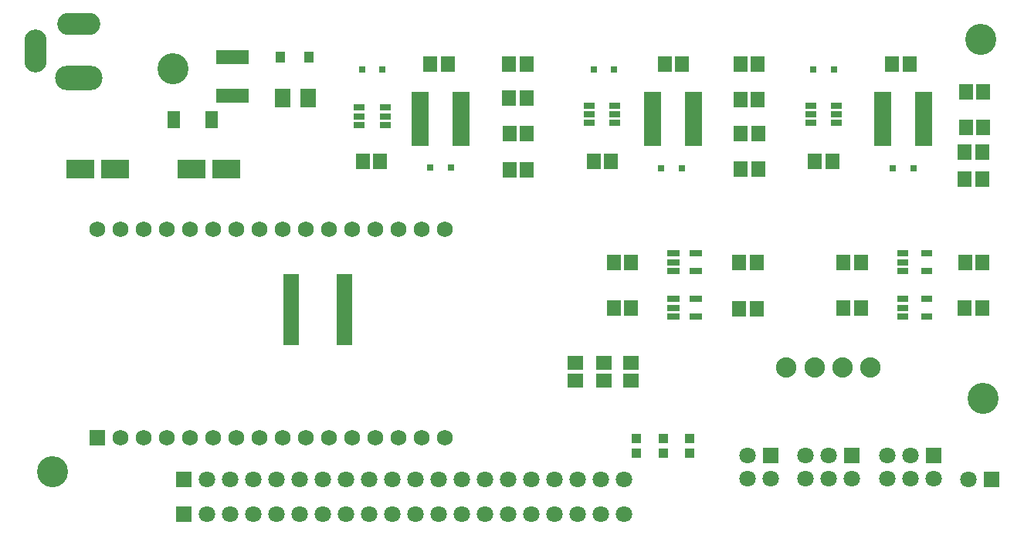
<source format=gts>
G04*
G04 #@! TF.GenerationSoftware,Altium Limited,Altium Designer,24.4.1 (13)*
G04*
G04 Layer_Color=8388736*
%FSLAX25Y25*%
%MOIN*%
G70*
G04*
G04 #@! TF.SameCoordinates,DFA012FA-E2B2-4B6A-99E0-2456AF4758C4*
G04*
G04*
G04 #@! TF.FilePolarity,Negative*
G04*
G01*
G75*
%ADD15R,0.06115X0.06706*%
%ADD16R,0.06706X0.02572*%
%ADD17R,0.14304X0.06115*%
%ADD18R,0.05721X0.03162*%
%ADD19R,0.06706X0.06115*%
%ADD20R,0.03950X0.03950*%
%ADD21R,0.05209X0.07572*%
%ADD22R,0.03123X0.02572*%
%ADD23R,0.05918X0.06706*%
%ADD24R,0.12414X0.08083*%
%ADD25R,0.05131X0.03162*%
%ADD26R,0.04343X0.04540*%
%ADD27R,0.04934X0.02965*%
%ADD28R,0.07493X0.23241*%
%ADD29R,0.07099X0.07887*%
%ADD30C,0.08800*%
%ADD31C,0.06800*%
%ADD32R,0.06800X0.06800*%
%ADD33C,0.07119*%
%ADD34R,0.07119X0.07119*%
%ADD35O,0.09658X0.18517*%
%ADD36O,0.18517X0.09658*%
%ADD37O,0.20485X0.10642*%
%ADD38C,0.13398*%
D15*
X409251Y171231D02*
D03*
X416732D02*
D03*
X220158Y179231D02*
D03*
X212677D02*
D03*
X212677Y163589D02*
D03*
X220158D02*
D03*
X409251Y159589D02*
D03*
X416732D02*
D03*
X312567Y163998D02*
D03*
X320047D02*
D03*
X320047Y179231D02*
D03*
X312567D02*
D03*
D16*
X118307Y117465D02*
D03*
Y114906D02*
D03*
Y112346D02*
D03*
Y109787D02*
D03*
Y107228D02*
D03*
Y104669D02*
D03*
Y102110D02*
D03*
Y99551D02*
D03*
Y96992D02*
D03*
Y94433D02*
D03*
Y91874D02*
D03*
Y89315D02*
D03*
X141535D02*
D03*
Y91874D02*
D03*
Y94433D02*
D03*
Y96992D02*
D03*
Y99551D02*
D03*
Y102110D02*
D03*
Y104669D02*
D03*
Y107228D02*
D03*
Y109787D02*
D03*
Y112346D02*
D03*
Y114906D02*
D03*
Y117465D02*
D03*
D17*
X93000Y212268D02*
D03*
Y195732D02*
D03*
D18*
X283319Y107917D02*
D03*
Y104177D02*
D03*
Y100437D02*
D03*
X293162D02*
D03*
Y107917D02*
D03*
X283319Y127602D02*
D03*
Y123862D02*
D03*
Y120122D02*
D03*
X293162D02*
D03*
Y127602D02*
D03*
D19*
X253500Y80240D02*
D03*
Y72760D02*
D03*
X265000Y80240D02*
D03*
Y72760D02*
D03*
X241000Y80240D02*
D03*
Y72760D02*
D03*
D20*
X290500Y47650D02*
D03*
Y41350D02*
D03*
X279000Y47650D02*
D03*
Y41350D02*
D03*
X267500Y47650D02*
D03*
Y41350D02*
D03*
D21*
X67831Y185500D02*
D03*
X84169D02*
D03*
D22*
X187418Y164583D02*
D03*
X178560D02*
D03*
X352772Y207062D02*
D03*
X343914D02*
D03*
X149032D02*
D03*
X157890D02*
D03*
X378264Y164489D02*
D03*
X387122D02*
D03*
X278280Y164489D02*
D03*
X287138D02*
D03*
X257932Y207062D02*
D03*
X249074D02*
D03*
D23*
X186020Y209422D02*
D03*
X178540D02*
D03*
X352083Y167436D02*
D03*
X344603D02*
D03*
X256456D02*
D03*
X248976D02*
D03*
X385351Y209295D02*
D03*
X377870D02*
D03*
X312468Y209422D02*
D03*
X319949D02*
D03*
X287158Y209295D02*
D03*
X279678D02*
D03*
X156804Y167436D02*
D03*
X149323D02*
D03*
X212579Y209422D02*
D03*
X220059D02*
D03*
X212579Y194567D02*
D03*
X220059D02*
D03*
X409653Y197422D02*
D03*
X417133D02*
D03*
X265272Y123862D02*
D03*
X257792D02*
D03*
X265272Y104177D02*
D03*
X257792D02*
D03*
X409350Y123862D02*
D03*
X416830D02*
D03*
X409153Y104177D02*
D03*
X416633D02*
D03*
X364353D02*
D03*
X356873D02*
D03*
X364353Y123862D02*
D03*
X356873D02*
D03*
X311926D02*
D03*
X319406D02*
D03*
X311926Y103783D02*
D03*
X319406D02*
D03*
X312468Y194187D02*
D03*
X319949D02*
D03*
X409653Y182187D02*
D03*
X417133D02*
D03*
D24*
X75520Y164000D02*
D03*
X90480D02*
D03*
X27520D02*
D03*
X42480D02*
D03*
D25*
X158973Y190594D02*
D03*
Y186854D02*
D03*
Y183114D02*
D03*
X147949D02*
D03*
Y186854D02*
D03*
Y190594D02*
D03*
X258228Y191511D02*
D03*
Y187771D02*
D03*
Y184031D02*
D03*
X247204D02*
D03*
Y187771D02*
D03*
Y191511D02*
D03*
X353855D02*
D03*
Y187771D02*
D03*
Y184031D02*
D03*
X342831D02*
D03*
Y187771D02*
D03*
Y191511D02*
D03*
D26*
X126197Y212445D02*
D03*
X113796D02*
D03*
D27*
X382595Y107917D02*
D03*
Y104177D02*
D03*
Y100437D02*
D03*
X392831D02*
D03*
Y107917D02*
D03*
X382595Y127602D02*
D03*
Y123862D02*
D03*
Y120122D02*
D03*
X392831D02*
D03*
Y127602D02*
D03*
D28*
X373835Y185673D02*
D03*
X391552D02*
D03*
X274559D02*
D03*
X292276D02*
D03*
X174130D02*
D03*
X191847D02*
D03*
D29*
X114878Y194728D02*
D03*
X125902D02*
D03*
D30*
X332000Y78500D02*
D03*
X344500D02*
D03*
X356500D02*
D03*
X368500D02*
D03*
D31*
X184646Y137878D02*
D03*
Y47878D02*
D03*
X174646Y137878D02*
D03*
Y47878D02*
D03*
X164646Y137878D02*
D03*
Y47878D02*
D03*
X154646Y137878D02*
D03*
Y47878D02*
D03*
X144646Y137878D02*
D03*
Y47878D02*
D03*
X134646Y137878D02*
D03*
Y47878D02*
D03*
X124646Y137878D02*
D03*
Y47878D02*
D03*
X114646Y137878D02*
D03*
Y47878D02*
D03*
X104646Y137878D02*
D03*
Y47878D02*
D03*
X94646Y137878D02*
D03*
Y47878D02*
D03*
X84646Y137878D02*
D03*
Y47878D02*
D03*
X74646Y137878D02*
D03*
Y47878D02*
D03*
X64646Y137878D02*
D03*
Y47878D02*
D03*
X54646Y137878D02*
D03*
Y47878D02*
D03*
X44646Y137878D02*
D03*
Y47878D02*
D03*
X34646Y137878D02*
D03*
D32*
Y47878D02*
D03*
D33*
X101981Y15098D02*
D03*
X81981D02*
D03*
X91981D02*
D03*
X111981D02*
D03*
X121981D02*
D03*
X131981D02*
D03*
X141981D02*
D03*
X151981D02*
D03*
X161981D02*
D03*
X171981D02*
D03*
X181981D02*
D03*
X191981D02*
D03*
X201981D02*
D03*
X211981D02*
D03*
X221981D02*
D03*
X231981D02*
D03*
X241981D02*
D03*
X251981D02*
D03*
X261981D02*
D03*
X102000Y30000D02*
D03*
X82000D02*
D03*
X92000D02*
D03*
X112000D02*
D03*
X122000D02*
D03*
X132000D02*
D03*
X142000D02*
D03*
X152000D02*
D03*
X162000D02*
D03*
X172000D02*
D03*
X182000D02*
D03*
X192000D02*
D03*
X202000D02*
D03*
X212000D02*
D03*
X222000D02*
D03*
X232000D02*
D03*
X242000D02*
D03*
X252000D02*
D03*
X262000D02*
D03*
X410748Y30161D02*
D03*
X375672Y30279D02*
D03*
Y40279D02*
D03*
X385672Y30279D02*
D03*
Y40279D02*
D03*
X395672Y30279D02*
D03*
X340596Y30398D02*
D03*
Y40398D02*
D03*
X350596Y30398D02*
D03*
Y40398D02*
D03*
X360596Y30398D02*
D03*
X325521Y30279D02*
D03*
X315521Y40279D02*
D03*
Y30279D02*
D03*
D34*
X71981Y15098D02*
D03*
X72000Y30000D02*
D03*
X420748Y30161D02*
D03*
X395672Y40279D02*
D03*
X360596Y40398D02*
D03*
X325521Y40279D02*
D03*
D35*
X8150Y215043D02*
D03*
D36*
X26654Y226854D02*
D03*
D37*
Y203232D02*
D03*
D38*
X416000Y220000D02*
D03*
X417000Y65000D02*
D03*
X15500Y33500D02*
D03*
X67500Y207500D02*
D03*
M02*

</source>
